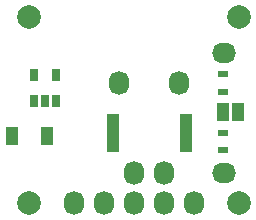
<source format=gbr>
G04 #@! TF.GenerationSoftware,KiCad,Pcbnew,(5.99.0-10512-g56058314be)*
G04 #@! TF.CreationDate,2021-05-05T22:40:54+02:00*
G04 #@! TF.ProjectId,ina169_breakout,696e6131-3639-45f6-9272-65616b6f7574,V1.2*
G04 #@! TF.SameCoordinates,Original*
G04 #@! TF.FileFunction,Soldermask,Top*
G04 #@! TF.FilePolarity,Negative*
%FSLAX46Y46*%
G04 Gerber Fmt 4.6, Leading zero omitted, Abs format (unit mm)*
G04 Created by KiCad (PCBNEW (5.99.0-10512-g56058314be)) date 2021-05-05 22:40:54*
%MOMM*%
%LPD*%
G01*
G04 APERTURE LIST*
%ADD10R,1.000000X1.600000*%
%ADD11R,1.000000X3.200000*%
%ADD12R,0.900000X0.500000*%
%ADD13R,0.650000X1.060000*%
%ADD14C,2.000000*%
%ADD15O,1.720000X2.032000*%
%ADD16O,2.032000X1.720000*%
%ADD17R,1.000000X1.500000*%
G04 APERTURE END LIST*
D10*
X137692000Y-105156000D03*
X140692000Y-105156000D03*
D11*
X152452000Y-104902000D03*
X146252000Y-104902000D03*
D12*
X155575000Y-106414000D03*
X155575000Y-104914000D03*
X155575000Y-101461000D03*
X155575000Y-99961000D03*
D13*
X139512000Y-102192000D03*
X140462000Y-102192000D03*
X141412000Y-102192000D03*
X141412000Y-99992000D03*
X139512000Y-99992000D03*
D14*
X156883100Y-110845600D03*
X156883100Y-95097600D03*
X139103100Y-110845600D03*
X139103100Y-95097600D03*
D15*
X142913100Y-110845600D03*
D16*
X155613100Y-98145600D03*
D15*
X145453100Y-110845600D03*
X147993100Y-110845600D03*
X147993100Y-108305600D03*
X146723100Y-100685600D03*
X151803100Y-100685600D03*
X150533100Y-110845600D03*
X150533100Y-108305600D03*
D16*
X155613100Y-108305600D03*
D15*
X153073100Y-110845600D03*
D17*
X155560000Y-103174800D03*
X156860000Y-103174800D03*
M02*

</source>
